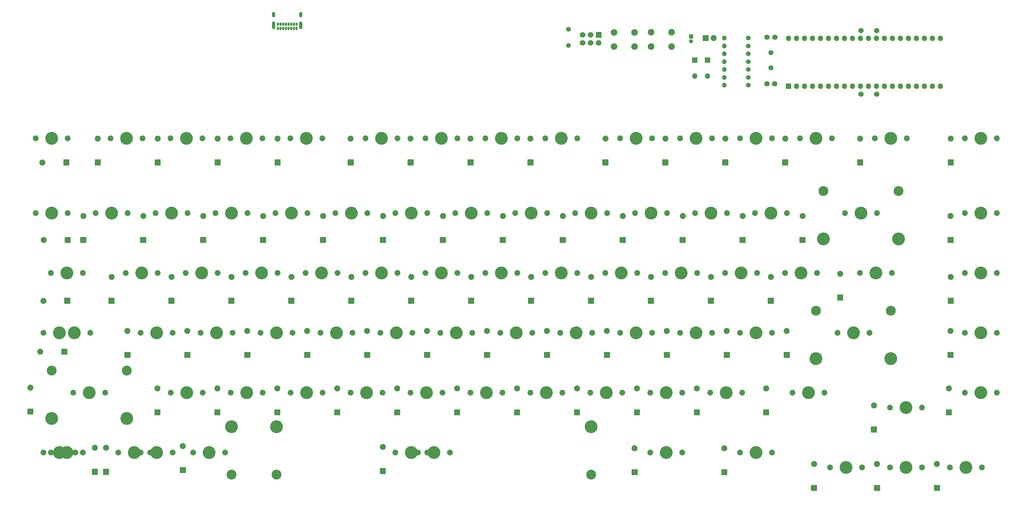
<source format=gbr>
%TF.GenerationSoftware,KiCad,Pcbnew,(5.1.7)-1*%
%TF.CreationDate,2020-10-01T02:14:01-04:00*%
%TF.ProjectId,LCK75,4c434b37-352e-46b6-9963-61645f706362,rev?*%
%TF.SameCoordinates,Original*%
%TF.FileFunction,Soldermask,Top*%
%TF.FilePolarity,Negative*%
%FSLAX46Y46*%
G04 Gerber Fmt 4.6, Leading zero omitted, Abs format (unit mm)*
G04 Created by KiCad (PCBNEW (5.1.7)-1) date 2020-10-01 02:14:01*
%MOMM*%
%LPD*%
G01*
G04 APERTURE LIST*
%ADD10C,4.087800*%
%ADD11C,1.850000*%
%ADD12O,1.900000X1.900000*%
%ADD13O,0.750000X1.100000*%
%ADD14O,1.000000X2.500000*%
%ADD15O,1.000000X1.800000*%
%ADD16C,3.148000*%
%ADD17C,1.600000*%
%ADD18O,1.700000X1.700000*%
%ADD19C,2.100000*%
%ADD20C,1.500000*%
%ADD21O,1.500000X1.500000*%
%ADD22C,1.900000*%
%ADD23C,1.800000*%
%ADD24C,1.700000*%
%ADD25C,1.300000*%
G04 APERTURE END LIST*
D10*
%TO.C,SW44*%
X264477000Y-83159400D03*
D11*
X259397000Y-83159400D03*
X269557000Y-83159400D03*
%TD*%
D12*
%TO.C,D85*%
X236127800Y-101622100D03*
G36*
G01*
X237027800Y-110192100D02*
X235227800Y-110192100D01*
G75*
G02*
X235177800Y-110142100I0J50000D01*
G01*
X235177800Y-108342100D01*
G75*
G02*
X235227800Y-108292100I50000J0D01*
G01*
X237027800Y-108292100D01*
G75*
G02*
X237077800Y-108342100I0J-50000D01*
G01*
X237077800Y-110142100D01*
G75*
G02*
X237027800Y-110192100I-50000J0D01*
G01*
G37*
%TD*%
%TO.C,D91*%
X253117600Y-83397600D03*
G36*
G01*
X254017600Y-91967600D02*
X252217600Y-91967600D01*
G75*
G02*
X252167600Y-91917600I0J50000D01*
G01*
X252167600Y-90117600D01*
G75*
G02*
X252217600Y-90067600I50000J0D01*
G01*
X254017600Y-90067600D01*
G75*
G02*
X254067600Y-90117600I0J-50000D01*
G01*
X254067600Y-91917600D01*
G75*
G02*
X254017600Y-91967600I-50000J0D01*
G01*
G37*
%TD*%
%TO.C,D53*%
X159927800Y-101622100D03*
G36*
G01*
X160827800Y-110192100D02*
X159027800Y-110192100D01*
G75*
G02*
X158977800Y-110142100I0J50000D01*
G01*
X158977800Y-108342100D01*
G75*
G02*
X159027800Y-108292100I50000J0D01*
G01*
X160827800Y-108292100D01*
G75*
G02*
X160877800Y-108342100I0J-50000D01*
G01*
X160877800Y-110142100D01*
G75*
G02*
X160827800Y-110192100I-50000J0D01*
G01*
G37*
%TD*%
%TO.C,D51*%
X121827800Y-101622100D03*
G36*
G01*
X122727800Y-110192100D02*
X120927800Y-110192100D01*
G75*
G02*
X120877800Y-110142100I0J50000D01*
G01*
X120877800Y-108342100D01*
G75*
G02*
X120927800Y-108292100I50000J0D01*
G01*
X122727800Y-108292100D01*
G75*
G02*
X122777800Y-108342100I0J-50000D01*
G01*
X122777800Y-110142100D01*
G75*
G02*
X122727800Y-110192100I-50000J0D01*
G01*
G37*
%TD*%
%TO.C,D50*%
X102777800Y-101622100D03*
G36*
G01*
X103677800Y-110192100D02*
X101877800Y-110192100D01*
G75*
G02*
X101827800Y-110142100I0J50000D01*
G01*
X101827800Y-108342100D01*
G75*
G02*
X101877800Y-108292100I50000J0D01*
G01*
X103677800Y-108292100D01*
G75*
G02*
X103727800Y-108342100I0J-50000D01*
G01*
X103727800Y-110142100D01*
G75*
G02*
X103677800Y-110192100I-50000J0D01*
G01*
G37*
%TD*%
D11*
%TO.C,SW6*%
X112382000Y-40322500D03*
X102222000Y-40322500D03*
D10*
X107302000Y-40322500D03*
%TD*%
D12*
%TO.C,D82*%
X283889200Y-143979900D03*
G36*
G01*
X284789200Y-152549900D02*
X282989200Y-152549900D01*
G75*
G02*
X282939200Y-152499900I0J50000D01*
G01*
X282939200Y-150699900D01*
G75*
G02*
X282989200Y-150649900I50000J0D01*
G01*
X284789200Y-150649900D01*
G75*
G02*
X284839200Y-150699900I0J-50000D01*
G01*
X284839200Y-152499900D01*
G75*
G02*
X284789200Y-152549900I-50000J0D01*
G01*
G37*
%TD*%
%TO.C,D81*%
G36*
G01*
X265739200Y-152549900D02*
X263939200Y-152549900D01*
G75*
G02*
X263889200Y-152499900I0J50000D01*
G01*
X263889200Y-150699900D01*
G75*
G02*
X263939200Y-150649900I50000J0D01*
G01*
X265739200Y-150649900D01*
G75*
G02*
X265789200Y-150699900I0J-50000D01*
G01*
X265789200Y-152499900D01*
G75*
G02*
X265739200Y-152549900I-50000J0D01*
G01*
G37*
X264839200Y-143979900D03*
%TD*%
%TO.C,D80*%
G36*
G01*
X245689200Y-152549900D02*
X243889200Y-152549900D01*
G75*
G02*
X243839200Y-152499900I0J50000D01*
G01*
X243839200Y-150699900D01*
G75*
G02*
X243889200Y-150649900I50000J0D01*
G01*
X245689200Y-150649900D01*
G75*
G02*
X245739200Y-150699900I0J-50000D01*
G01*
X245739200Y-152499900D01*
G75*
G02*
X245689200Y-152549900I-50000J0D01*
G01*
G37*
X244789200Y-143979900D03*
%TD*%
%TO.C,D79*%
G36*
G01*
X217181000Y-147520700D02*
X215381000Y-147520700D01*
G75*
G02*
X215331000Y-147470700I0J50000D01*
G01*
X215331000Y-145670700D01*
G75*
G02*
X215381000Y-145620700I50000J0D01*
G01*
X217181000Y-145620700D01*
G75*
G02*
X217231000Y-145670700I0J-50000D01*
G01*
X217231000Y-147470700D01*
G75*
G02*
X217181000Y-147520700I-50000J0D01*
G01*
G37*
X216281000Y-138950700D03*
%TD*%
%TO.C,D78*%
G36*
G01*
X188694900Y-147520700D02*
X186894900Y-147520700D01*
G75*
G02*
X186844900Y-147470700I0J50000D01*
G01*
X186844900Y-145670700D01*
G75*
G02*
X186894900Y-145620700I50000J0D01*
G01*
X188694900Y-145620700D01*
G75*
G02*
X188744900Y-145670700I0J-50000D01*
G01*
X188744900Y-147470700D01*
G75*
G02*
X188694900Y-147520700I-50000J0D01*
G01*
G37*
X187794900Y-138950700D03*
%TD*%
%TO.C,D77*%
G36*
G01*
X108646800Y-147145800D02*
X106846800Y-147145800D01*
G75*
G02*
X106796800Y-147095800I0J50000D01*
G01*
X106796800Y-145295800D01*
G75*
G02*
X106846800Y-145245800I50000J0D01*
G01*
X108646800Y-145245800D01*
G75*
G02*
X108696800Y-145295800I0J-50000D01*
G01*
X108696800Y-147095800D01*
G75*
G02*
X108646800Y-147145800I-50000J0D01*
G01*
G37*
X107746800Y-138575800D03*
%TD*%
%TO.C,D76*%
G36*
G01*
X45096000Y-146866400D02*
X43296000Y-146866400D01*
G75*
G02*
X43246000Y-146816400I0J50000D01*
G01*
X43246000Y-145016400D01*
G75*
G02*
X43296000Y-144966400I50000J0D01*
G01*
X45096000Y-144966400D01*
G75*
G02*
X45146000Y-145016400I0J-50000D01*
G01*
X45146000Y-146816400D01*
G75*
G02*
X45096000Y-146866400I-50000J0D01*
G01*
G37*
X44196000Y-138296400D03*
%TD*%
%TO.C,D75*%
G36*
G01*
X20673900Y-147399800D02*
X18873900Y-147399800D01*
G75*
G02*
X18823900Y-147349800I0J50000D01*
G01*
X18823900Y-145549800D01*
G75*
G02*
X18873900Y-145499800I50000J0D01*
G01*
X20673900Y-145499800D01*
G75*
G02*
X20723900Y-145549800I0J-50000D01*
G01*
X20723900Y-147349800D01*
G75*
G02*
X20673900Y-147399800I-50000J0D01*
G01*
G37*
X19773900Y-138829800D03*
%TD*%
%TO.C,D74*%
G36*
G01*
X17130600Y-147399800D02*
X15330600Y-147399800D01*
G75*
G02*
X15280600Y-147349800I0J50000D01*
G01*
X15280600Y-145549800D01*
G75*
G02*
X15330600Y-145499800I50000J0D01*
G01*
X17130600Y-145499800D01*
G75*
G02*
X17180600Y-145549800I0J-50000D01*
G01*
X17180600Y-147349800D01*
G75*
G02*
X17130600Y-147399800I-50000J0D01*
G01*
G37*
X16230600Y-138829800D03*
%TD*%
%TO.C,D73*%
G36*
G01*
X264742500Y-133931700D02*
X262942500Y-133931700D01*
G75*
G02*
X262892500Y-133881700I0J50000D01*
G01*
X262892500Y-132081700D01*
G75*
G02*
X262942500Y-132031700I50000J0D01*
G01*
X264742500Y-132031700D01*
G75*
G02*
X264792500Y-132081700I0J-50000D01*
G01*
X264792500Y-133881700D01*
G75*
G02*
X264742500Y-133931700I-50000J0D01*
G01*
G37*
X263842500Y-125361700D03*
%TD*%
%TO.C,D72*%
G36*
G01*
X288556100Y-128470700D02*
X286756100Y-128470700D01*
G75*
G02*
X286706100Y-128420700I0J50000D01*
G01*
X286706100Y-126620700D01*
G75*
G02*
X286756100Y-126570700I50000J0D01*
G01*
X288556100Y-126570700D01*
G75*
G02*
X288606100Y-126620700I0J-50000D01*
G01*
X288606100Y-128420700D01*
G75*
G02*
X288556100Y-128470700I-50000J0D01*
G01*
G37*
X287656100Y-119900700D03*
%TD*%
%TO.C,D71*%
G36*
G01*
X230506100Y-128470700D02*
X228706100Y-128470700D01*
G75*
G02*
X228656100Y-128420700I0J50000D01*
G01*
X228656100Y-126620700D01*
G75*
G02*
X228706100Y-126570700I50000J0D01*
G01*
X230506100Y-126570700D01*
G75*
G02*
X230556100Y-126620700I0J-50000D01*
G01*
X230556100Y-128420700D01*
G75*
G02*
X230506100Y-128470700I-50000J0D01*
G01*
G37*
X229606100Y-119900700D03*
%TD*%
%TO.C,D70*%
G36*
G01*
X208456100Y-128470700D02*
X206656100Y-128470700D01*
G75*
G02*
X206606100Y-128420700I0J50000D01*
G01*
X206606100Y-126620700D01*
G75*
G02*
X206656100Y-126570700I50000J0D01*
G01*
X208456100Y-126570700D01*
G75*
G02*
X208506100Y-126620700I0J-50000D01*
G01*
X208506100Y-128420700D01*
G75*
G02*
X208456100Y-128470700I-50000J0D01*
G01*
G37*
X207556100Y-119900700D03*
%TD*%
%TO.C,D69*%
G36*
G01*
X189406100Y-128470700D02*
X187606100Y-128470700D01*
G75*
G02*
X187556100Y-128420700I0J50000D01*
G01*
X187556100Y-126620700D01*
G75*
G02*
X187606100Y-126570700I50000J0D01*
G01*
X189406100Y-126570700D01*
G75*
G02*
X189456100Y-126620700I0J-50000D01*
G01*
X189456100Y-128420700D01*
G75*
G02*
X189406100Y-128470700I-50000J0D01*
G01*
G37*
X188506100Y-119900700D03*
%TD*%
%TO.C,D68*%
G36*
G01*
X170356100Y-128470700D02*
X168556100Y-128470700D01*
G75*
G02*
X168506100Y-128420700I0J50000D01*
G01*
X168506100Y-126620700D01*
G75*
G02*
X168556100Y-126570700I50000J0D01*
G01*
X170356100Y-126570700D01*
G75*
G02*
X170406100Y-126620700I0J-50000D01*
G01*
X170406100Y-128420700D01*
G75*
G02*
X170356100Y-128470700I-50000J0D01*
G01*
G37*
X169456100Y-119900700D03*
%TD*%
%TO.C,D67*%
G36*
G01*
X151306100Y-128470700D02*
X149506100Y-128470700D01*
G75*
G02*
X149456100Y-128420700I0J50000D01*
G01*
X149456100Y-126620700D01*
G75*
G02*
X149506100Y-126570700I50000J0D01*
G01*
X151306100Y-126570700D01*
G75*
G02*
X151356100Y-126620700I0J-50000D01*
G01*
X151356100Y-128420700D01*
G75*
G02*
X151306100Y-128470700I-50000J0D01*
G01*
G37*
X150406100Y-119900700D03*
%TD*%
%TO.C,D66*%
G36*
G01*
X132256100Y-128470700D02*
X130456100Y-128470700D01*
G75*
G02*
X130406100Y-128420700I0J50000D01*
G01*
X130406100Y-126620700D01*
G75*
G02*
X130456100Y-126570700I50000J0D01*
G01*
X132256100Y-126570700D01*
G75*
G02*
X132306100Y-126620700I0J-50000D01*
G01*
X132306100Y-128420700D01*
G75*
G02*
X132256100Y-128470700I-50000J0D01*
G01*
G37*
X131356100Y-119900700D03*
%TD*%
%TO.C,D65*%
X112306100Y-119900700D03*
G36*
G01*
X113206100Y-128470700D02*
X111406100Y-128470700D01*
G75*
G02*
X111356100Y-128420700I0J50000D01*
G01*
X111356100Y-126620700D01*
G75*
G02*
X111406100Y-126570700I50000J0D01*
G01*
X113206100Y-126570700D01*
G75*
G02*
X113256100Y-126620700I0J-50000D01*
G01*
X113256100Y-128420700D01*
G75*
G02*
X113206100Y-128470700I-50000J0D01*
G01*
G37*
%TD*%
%TO.C,D64*%
X93256100Y-119900700D03*
G36*
G01*
X94156100Y-128470700D02*
X92356100Y-128470700D01*
G75*
G02*
X92306100Y-128420700I0J50000D01*
G01*
X92306100Y-126620700D01*
G75*
G02*
X92356100Y-126570700I50000J0D01*
G01*
X94156100Y-126570700D01*
G75*
G02*
X94206100Y-126620700I0J-50000D01*
G01*
X94206100Y-128420700D01*
G75*
G02*
X94156100Y-128470700I-50000J0D01*
G01*
G37*
%TD*%
%TO.C,D63*%
X74206100Y-119900700D03*
G36*
G01*
X75106100Y-128470700D02*
X73306100Y-128470700D01*
G75*
G02*
X73256100Y-128420700I0J50000D01*
G01*
X73256100Y-126620700D01*
G75*
G02*
X73306100Y-126570700I50000J0D01*
G01*
X75106100Y-126570700D01*
G75*
G02*
X75156100Y-126620700I0J-50000D01*
G01*
X75156100Y-128420700D01*
G75*
G02*
X75106100Y-128470700I-50000J0D01*
G01*
G37*
%TD*%
%TO.C,D62*%
X55156100Y-119900700D03*
G36*
G01*
X56056100Y-128470700D02*
X54256100Y-128470700D01*
G75*
G02*
X54206100Y-128420700I0J50000D01*
G01*
X54206100Y-126620700D01*
G75*
G02*
X54256100Y-126570700I50000J0D01*
G01*
X56056100Y-126570700D01*
G75*
G02*
X56106100Y-126620700I0J-50000D01*
G01*
X56106100Y-128420700D01*
G75*
G02*
X56056100Y-128470700I-50000J0D01*
G01*
G37*
%TD*%
%TO.C,D61*%
X36106100Y-119900700D03*
G36*
G01*
X37006100Y-128470700D02*
X35206100Y-128470700D01*
G75*
G02*
X35156100Y-128420700I0J50000D01*
G01*
X35156100Y-126620700D01*
G75*
G02*
X35206100Y-126570700I50000J0D01*
G01*
X37006100Y-126570700D01*
G75*
G02*
X37056100Y-126620700I0J-50000D01*
G01*
X37056100Y-128420700D01*
G75*
G02*
X37006100Y-128470700I-50000J0D01*
G01*
G37*
%TD*%
%TO.C,D59*%
X-4267200Y-119659400D03*
G36*
G01*
X-3367200Y-128229400D02*
X-5167200Y-128229400D01*
G75*
G02*
X-5217200Y-128179400I0J50000D01*
G01*
X-5217200Y-126379400D01*
G75*
G02*
X-5167200Y-126329400I50000J0D01*
G01*
X-3367200Y-126329400D01*
G75*
G02*
X-3317200Y-126379400I0J-50000D01*
G01*
X-3317200Y-128179400D01*
G75*
G02*
X-3367200Y-128229400I-50000J0D01*
G01*
G37*
%TD*%
%TO.C,D58*%
X288177800Y-101622100D03*
G36*
G01*
X289077800Y-110192100D02*
X287277800Y-110192100D01*
G75*
G02*
X287227800Y-110142100I0J50000D01*
G01*
X287227800Y-108342100D01*
G75*
G02*
X287277800Y-108292100I50000J0D01*
G01*
X289077800Y-108292100D01*
G75*
G02*
X289127800Y-108342100I0J-50000D01*
G01*
X289127800Y-110142100D01*
G75*
G02*
X289077800Y-110192100I-50000J0D01*
G01*
G37*
%TD*%
%TO.C,D56*%
X217077800Y-101622100D03*
G36*
G01*
X217977800Y-110192100D02*
X216177800Y-110192100D01*
G75*
G02*
X216127800Y-110142100I0J50000D01*
G01*
X216127800Y-108342100D01*
G75*
G02*
X216177800Y-108292100I50000J0D01*
G01*
X217977800Y-108292100D01*
G75*
G02*
X218027800Y-108342100I0J-50000D01*
G01*
X218027800Y-110142100D01*
G75*
G02*
X217977800Y-110192100I-50000J0D01*
G01*
G37*
%TD*%
%TO.C,D55*%
X198027800Y-101622100D03*
G36*
G01*
X198927800Y-110192100D02*
X197127800Y-110192100D01*
G75*
G02*
X197077800Y-110142100I0J50000D01*
G01*
X197077800Y-108342100D01*
G75*
G02*
X197127800Y-108292100I50000J0D01*
G01*
X198927800Y-108292100D01*
G75*
G02*
X198977800Y-108342100I0J-50000D01*
G01*
X198977800Y-110142100D01*
G75*
G02*
X198927800Y-110192100I-50000J0D01*
G01*
G37*
%TD*%
%TO.C,D54*%
X178977800Y-101622100D03*
G36*
G01*
X179877800Y-110192100D02*
X178077800Y-110192100D01*
G75*
G02*
X178027800Y-110142100I0J50000D01*
G01*
X178027800Y-108342100D01*
G75*
G02*
X178077800Y-108292100I50000J0D01*
G01*
X179877800Y-108292100D01*
G75*
G02*
X179927800Y-108342100I0J-50000D01*
G01*
X179927800Y-110142100D01*
G75*
G02*
X179877800Y-110192100I-50000J0D01*
G01*
G37*
%TD*%
%TO.C,D52*%
X140877800Y-101622100D03*
G36*
G01*
X141777800Y-110192100D02*
X139977800Y-110192100D01*
G75*
G02*
X139927800Y-110142100I0J50000D01*
G01*
X139927800Y-108342100D01*
G75*
G02*
X139977800Y-108292100I50000J0D01*
G01*
X141777800Y-108292100D01*
G75*
G02*
X141827800Y-108342100I0J-50000D01*
G01*
X141827800Y-110142100D01*
G75*
G02*
X141777800Y-110192100I-50000J0D01*
G01*
G37*
%TD*%
%TO.C,D49*%
X83727800Y-101622100D03*
G36*
G01*
X84627800Y-110192100D02*
X82827800Y-110192100D01*
G75*
G02*
X82777800Y-110142100I0J50000D01*
G01*
X82777800Y-108342100D01*
G75*
G02*
X82827800Y-108292100I50000J0D01*
G01*
X84627800Y-108292100D01*
G75*
G02*
X84677800Y-108342100I0J-50000D01*
G01*
X84677800Y-110142100D01*
G75*
G02*
X84627800Y-110192100I-50000J0D01*
G01*
G37*
%TD*%
%TO.C,D48*%
X64677800Y-101622100D03*
G36*
G01*
X65577800Y-110192100D02*
X63777800Y-110192100D01*
G75*
G02*
X63727800Y-110142100I0J50000D01*
G01*
X63727800Y-108342100D01*
G75*
G02*
X63777800Y-108292100I50000J0D01*
G01*
X65577800Y-108292100D01*
G75*
G02*
X65627800Y-108342100I0J-50000D01*
G01*
X65627800Y-110142100D01*
G75*
G02*
X65577800Y-110192100I-50000J0D01*
G01*
G37*
%TD*%
%TO.C,D47*%
G36*
G01*
X46527800Y-110192100D02*
X44727800Y-110192100D01*
G75*
G02*
X44677800Y-110142100I0J50000D01*
G01*
X44677800Y-108342100D01*
G75*
G02*
X44727800Y-108292100I50000J0D01*
G01*
X46527800Y-108292100D01*
G75*
G02*
X46577800Y-108342100I0J-50000D01*
G01*
X46577800Y-110142100D01*
G75*
G02*
X46527800Y-110192100I-50000J0D01*
G01*
G37*
X45627800Y-101622100D03*
%TD*%
%TO.C,D46*%
G36*
G01*
X27477800Y-110192100D02*
X25677800Y-110192100D01*
G75*
G02*
X25627800Y-110142100I0J50000D01*
G01*
X25627800Y-108342100D01*
G75*
G02*
X25677800Y-108292100I50000J0D01*
G01*
X27477800Y-108292100D01*
G75*
G02*
X27527800Y-108342100I0J-50000D01*
G01*
X27527800Y-110142100D01*
G75*
G02*
X27477800Y-110192100I-50000J0D01*
G01*
G37*
X26577800Y-101622100D03*
%TD*%
%TO.C,D45*%
X-1092200Y-108242100D03*
G36*
G01*
X7477800Y-107342100D02*
X7477800Y-109142100D01*
G75*
G02*
X7427800Y-109192100I-50000J0D01*
G01*
X5627800Y-109192100D01*
G75*
G02*
X5577800Y-109142100I0J50000D01*
G01*
X5577800Y-107342100D01*
G75*
G02*
X5627800Y-107292100I50000J0D01*
G01*
X7427800Y-107292100D01*
G75*
G02*
X7477800Y-107342100I0J-50000D01*
G01*
G37*
%TD*%
%TO.C,D44*%
X288267600Y-84397600D03*
G36*
G01*
X289167600Y-92967600D02*
X287367600Y-92967600D01*
G75*
G02*
X287317600Y-92917600I0J50000D01*
G01*
X287317600Y-91117600D01*
G75*
G02*
X287367600Y-91067600I50000J0D01*
G01*
X289167600Y-91067600D01*
G75*
G02*
X289217600Y-91117600I0J-50000D01*
G01*
X289217600Y-92917600D01*
G75*
G02*
X289167600Y-92967600I-50000J0D01*
G01*
G37*
%TD*%
%TO.C,D43*%
X231067600Y-84397600D03*
G36*
G01*
X231967600Y-92967600D02*
X230167600Y-92967600D01*
G75*
G02*
X230117600Y-92917600I0J50000D01*
G01*
X230117600Y-91117600D01*
G75*
G02*
X230167600Y-91067600I50000J0D01*
G01*
X231967600Y-91067600D01*
G75*
G02*
X232017600Y-91117600I0J-50000D01*
G01*
X232017600Y-92917600D01*
G75*
G02*
X231967600Y-92967600I-50000J0D01*
G01*
G37*
%TD*%
%TO.C,D42*%
X212017600Y-84397600D03*
G36*
G01*
X212917600Y-92967600D02*
X211117600Y-92967600D01*
G75*
G02*
X211067600Y-92917600I0J50000D01*
G01*
X211067600Y-91117600D01*
G75*
G02*
X211117600Y-91067600I50000J0D01*
G01*
X212917600Y-91067600D01*
G75*
G02*
X212967600Y-91117600I0J-50000D01*
G01*
X212967600Y-92917600D01*
G75*
G02*
X212917600Y-92967600I-50000J0D01*
G01*
G37*
%TD*%
%TO.C,D41*%
X192967600Y-84397600D03*
G36*
G01*
X193867600Y-92967600D02*
X192067600Y-92967600D01*
G75*
G02*
X192017600Y-92917600I0J50000D01*
G01*
X192017600Y-91117600D01*
G75*
G02*
X192067600Y-91067600I50000J0D01*
G01*
X193867600Y-91067600D01*
G75*
G02*
X193917600Y-91117600I0J-50000D01*
G01*
X193917600Y-92917600D01*
G75*
G02*
X193867600Y-92967600I-50000J0D01*
G01*
G37*
%TD*%
%TO.C,D40*%
X173917600Y-84397600D03*
G36*
G01*
X174817600Y-92967600D02*
X173017600Y-92967600D01*
G75*
G02*
X172967600Y-92917600I0J50000D01*
G01*
X172967600Y-91117600D01*
G75*
G02*
X173017600Y-91067600I50000J0D01*
G01*
X174817600Y-91067600D01*
G75*
G02*
X174867600Y-91117600I0J-50000D01*
G01*
X174867600Y-92917600D01*
G75*
G02*
X174817600Y-92967600I-50000J0D01*
G01*
G37*
%TD*%
%TO.C,D39*%
X154867600Y-84397600D03*
G36*
G01*
X155767600Y-92967600D02*
X153967600Y-92967600D01*
G75*
G02*
X153917600Y-92917600I0J50000D01*
G01*
X153917600Y-91117600D01*
G75*
G02*
X153967600Y-91067600I50000J0D01*
G01*
X155767600Y-91067600D01*
G75*
G02*
X155817600Y-91117600I0J-50000D01*
G01*
X155817600Y-92917600D01*
G75*
G02*
X155767600Y-92967600I-50000J0D01*
G01*
G37*
%TD*%
%TO.C,D38*%
X135817600Y-84397600D03*
G36*
G01*
X136717600Y-92967600D02*
X134917600Y-92967600D01*
G75*
G02*
X134867600Y-92917600I0J50000D01*
G01*
X134867600Y-91117600D01*
G75*
G02*
X134917600Y-91067600I50000J0D01*
G01*
X136717600Y-91067600D01*
G75*
G02*
X136767600Y-91117600I0J-50000D01*
G01*
X136767600Y-92917600D01*
G75*
G02*
X136717600Y-92967600I-50000J0D01*
G01*
G37*
%TD*%
%TO.C,D37*%
X116767600Y-84397600D03*
G36*
G01*
X117667600Y-92967600D02*
X115867600Y-92967600D01*
G75*
G02*
X115817600Y-92917600I0J50000D01*
G01*
X115817600Y-91117600D01*
G75*
G02*
X115867600Y-91067600I50000J0D01*
G01*
X117667600Y-91067600D01*
G75*
G02*
X117717600Y-91117600I0J-50000D01*
G01*
X117717600Y-92917600D01*
G75*
G02*
X117667600Y-92967600I-50000J0D01*
G01*
G37*
%TD*%
%TO.C,D36*%
X97717600Y-84397600D03*
G36*
G01*
X98617600Y-92967600D02*
X96817600Y-92967600D01*
G75*
G02*
X96767600Y-92917600I0J50000D01*
G01*
X96767600Y-91117600D01*
G75*
G02*
X96817600Y-91067600I50000J0D01*
G01*
X98617600Y-91067600D01*
G75*
G02*
X98667600Y-91117600I0J-50000D01*
G01*
X98667600Y-92917600D01*
G75*
G02*
X98617600Y-92967600I-50000J0D01*
G01*
G37*
%TD*%
%TO.C,D35*%
X78667600Y-84397600D03*
G36*
G01*
X79567600Y-92967600D02*
X77767600Y-92967600D01*
G75*
G02*
X77717600Y-92917600I0J50000D01*
G01*
X77717600Y-91117600D01*
G75*
G02*
X77767600Y-91067600I50000J0D01*
G01*
X79567600Y-91067600D01*
G75*
G02*
X79617600Y-91117600I0J-50000D01*
G01*
X79617600Y-92917600D01*
G75*
G02*
X79567600Y-92967600I-50000J0D01*
G01*
G37*
%TD*%
%TO.C,D34*%
X59617600Y-84397600D03*
G36*
G01*
X60517600Y-92967600D02*
X58717600Y-92967600D01*
G75*
G02*
X58667600Y-92917600I0J50000D01*
G01*
X58667600Y-91117600D01*
G75*
G02*
X58717600Y-91067600I50000J0D01*
G01*
X60517600Y-91067600D01*
G75*
G02*
X60567600Y-91117600I0J-50000D01*
G01*
X60567600Y-92917600D01*
G75*
G02*
X60517600Y-92967600I-50000J0D01*
G01*
G37*
%TD*%
%TO.C,D33*%
X40567600Y-84397600D03*
G36*
G01*
X41467600Y-92967600D02*
X39667600Y-92967600D01*
G75*
G02*
X39617600Y-92917600I0J50000D01*
G01*
X39617600Y-91117600D01*
G75*
G02*
X39667600Y-91067600I50000J0D01*
G01*
X41467600Y-91067600D01*
G75*
G02*
X41517600Y-91117600I0J-50000D01*
G01*
X41517600Y-92917600D01*
G75*
G02*
X41467600Y-92967600I-50000J0D01*
G01*
G37*
%TD*%
%TO.C,D32*%
X21517600Y-84397600D03*
G36*
G01*
X22417600Y-92967600D02*
X20617600Y-92967600D01*
G75*
G02*
X20567600Y-92917600I0J50000D01*
G01*
X20567600Y-91117600D01*
G75*
G02*
X20617600Y-91067600I50000J0D01*
G01*
X22417600Y-91067600D01*
G75*
G02*
X22467600Y-91117600I0J-50000D01*
G01*
X22467600Y-92917600D01*
G75*
G02*
X22417600Y-92967600I-50000J0D01*
G01*
G37*
%TD*%
%TO.C,D31*%
X-152400Y-92017600D03*
G36*
G01*
X8417600Y-91117600D02*
X8417600Y-92917600D01*
G75*
G02*
X8367600Y-92967600I-50000J0D01*
G01*
X6567600Y-92967600D01*
G75*
G02*
X6517600Y-92917600I0J50000D01*
G01*
X6517600Y-91117600D01*
G75*
G02*
X6567600Y-91067600I50000J0D01*
G01*
X8367600Y-91067600D01*
G75*
G02*
X8417600Y-91117600I0J-50000D01*
G01*
G37*
%TD*%
%TO.C,D30*%
G36*
G01*
X289097600Y-73606700D02*
X287297600Y-73606700D01*
G75*
G02*
X287247600Y-73556700I0J50000D01*
G01*
X287247600Y-71756700D01*
G75*
G02*
X287297600Y-71706700I50000J0D01*
G01*
X289097600Y-71706700D01*
G75*
G02*
X289147600Y-71756700I0J-50000D01*
G01*
X289147600Y-73556700D01*
G75*
G02*
X289097600Y-73606700I-50000J0D01*
G01*
G37*
X288197600Y-65036700D03*
%TD*%
%TO.C,D29*%
G36*
G01*
X242047600Y-73606700D02*
X240247600Y-73606700D01*
G75*
G02*
X240197600Y-73556700I0J50000D01*
G01*
X240197600Y-71756700D01*
G75*
G02*
X240247600Y-71706700I50000J0D01*
G01*
X242047600Y-71706700D01*
G75*
G02*
X242097600Y-71756700I0J-50000D01*
G01*
X242097600Y-73556700D01*
G75*
G02*
X242047600Y-73606700I-50000J0D01*
G01*
G37*
X241147600Y-65036700D03*
%TD*%
%TO.C,D28*%
X222097600Y-65036700D03*
G36*
G01*
X222997600Y-73606700D02*
X221197600Y-73606700D01*
G75*
G02*
X221147600Y-73556700I0J50000D01*
G01*
X221147600Y-71756700D01*
G75*
G02*
X221197600Y-71706700I50000J0D01*
G01*
X222997600Y-71706700D01*
G75*
G02*
X223047600Y-71756700I0J-50000D01*
G01*
X223047600Y-73556700D01*
G75*
G02*
X222997600Y-73606700I-50000J0D01*
G01*
G37*
%TD*%
%TO.C,D27*%
X203047600Y-65036700D03*
G36*
G01*
X203947600Y-73606700D02*
X202147600Y-73606700D01*
G75*
G02*
X202097600Y-73556700I0J50000D01*
G01*
X202097600Y-71756700D01*
G75*
G02*
X202147600Y-71706700I50000J0D01*
G01*
X203947600Y-71706700D01*
G75*
G02*
X203997600Y-71756700I0J-50000D01*
G01*
X203997600Y-73556700D01*
G75*
G02*
X203947600Y-73606700I-50000J0D01*
G01*
G37*
%TD*%
%TO.C,D26*%
X183997600Y-65036700D03*
G36*
G01*
X184897600Y-73606700D02*
X183097600Y-73606700D01*
G75*
G02*
X183047600Y-73556700I0J50000D01*
G01*
X183047600Y-71756700D01*
G75*
G02*
X183097600Y-71706700I50000J0D01*
G01*
X184897600Y-71706700D01*
G75*
G02*
X184947600Y-71756700I0J-50000D01*
G01*
X184947600Y-73556700D01*
G75*
G02*
X184897600Y-73606700I-50000J0D01*
G01*
G37*
%TD*%
%TO.C,D25*%
G36*
G01*
X165847600Y-73606700D02*
X164047600Y-73606700D01*
G75*
G02*
X163997600Y-73556700I0J50000D01*
G01*
X163997600Y-71756700D01*
G75*
G02*
X164047600Y-71706700I50000J0D01*
G01*
X165847600Y-71706700D01*
G75*
G02*
X165897600Y-71756700I0J-50000D01*
G01*
X165897600Y-73556700D01*
G75*
G02*
X165847600Y-73606700I-50000J0D01*
G01*
G37*
X164947600Y-65036700D03*
%TD*%
%TO.C,D24*%
X145897600Y-65036700D03*
G36*
G01*
X146797600Y-73606700D02*
X144997600Y-73606700D01*
G75*
G02*
X144947600Y-73556700I0J50000D01*
G01*
X144947600Y-71756700D01*
G75*
G02*
X144997600Y-71706700I50000J0D01*
G01*
X146797600Y-71706700D01*
G75*
G02*
X146847600Y-71756700I0J-50000D01*
G01*
X146847600Y-73556700D01*
G75*
G02*
X146797600Y-73606700I-50000J0D01*
G01*
G37*
%TD*%
%TO.C,D23*%
X126847600Y-65036700D03*
G36*
G01*
X127747600Y-73606700D02*
X125947600Y-73606700D01*
G75*
G02*
X125897600Y-73556700I0J50000D01*
G01*
X125897600Y-71756700D01*
G75*
G02*
X125947600Y-71706700I50000J0D01*
G01*
X127747600Y-71706700D01*
G75*
G02*
X127797600Y-71756700I0J-50000D01*
G01*
X127797600Y-73556700D01*
G75*
G02*
X127747600Y-73606700I-50000J0D01*
G01*
G37*
%TD*%
%TO.C,D22*%
X107797600Y-65036700D03*
G36*
G01*
X108697600Y-73606700D02*
X106897600Y-73606700D01*
G75*
G02*
X106847600Y-73556700I0J50000D01*
G01*
X106847600Y-71756700D01*
G75*
G02*
X106897600Y-71706700I50000J0D01*
G01*
X108697600Y-71706700D01*
G75*
G02*
X108747600Y-71756700I0J-50000D01*
G01*
X108747600Y-73556700D01*
G75*
G02*
X108697600Y-73606700I-50000J0D01*
G01*
G37*
%TD*%
%TO.C,D21*%
X88747600Y-65036700D03*
G36*
G01*
X89647600Y-73606700D02*
X87847600Y-73606700D01*
G75*
G02*
X87797600Y-73556700I0J50000D01*
G01*
X87797600Y-71756700D01*
G75*
G02*
X87847600Y-71706700I50000J0D01*
G01*
X89647600Y-71706700D01*
G75*
G02*
X89697600Y-71756700I0J-50000D01*
G01*
X89697600Y-73556700D01*
G75*
G02*
X89647600Y-73606700I-50000J0D01*
G01*
G37*
%TD*%
%TO.C,D20*%
X69697600Y-65036700D03*
G36*
G01*
X70597600Y-73606700D02*
X68797600Y-73606700D01*
G75*
G02*
X68747600Y-73556700I0J50000D01*
G01*
X68747600Y-71756700D01*
G75*
G02*
X68797600Y-71706700I50000J0D01*
G01*
X70597600Y-71706700D01*
G75*
G02*
X70647600Y-71756700I0J-50000D01*
G01*
X70647600Y-73556700D01*
G75*
G02*
X70597600Y-73606700I-50000J0D01*
G01*
G37*
%TD*%
%TO.C,D19*%
X50647600Y-65036700D03*
G36*
G01*
X51547600Y-73606700D02*
X49747600Y-73606700D01*
G75*
G02*
X49697600Y-73556700I0J50000D01*
G01*
X49697600Y-71756700D01*
G75*
G02*
X49747600Y-71706700I50000J0D01*
G01*
X51547600Y-71706700D01*
G75*
G02*
X51597600Y-71756700I0J-50000D01*
G01*
X51597600Y-73556700D01*
G75*
G02*
X51547600Y-73606700I-50000J0D01*
G01*
G37*
%TD*%
%TO.C,D18*%
X31597600Y-65036700D03*
G36*
G01*
X32497600Y-73606700D02*
X30697600Y-73606700D01*
G75*
G02*
X30647600Y-73556700I0J50000D01*
G01*
X30647600Y-71756700D01*
G75*
G02*
X30697600Y-71706700I50000J0D01*
G01*
X32497600Y-71706700D01*
G75*
G02*
X32547600Y-71756700I0J-50000D01*
G01*
X32547600Y-73556700D01*
G75*
G02*
X32497600Y-73606700I-50000J0D01*
G01*
G37*
%TD*%
%TO.C,D17*%
X12547600Y-65036700D03*
G36*
G01*
X13447600Y-73606700D02*
X11647600Y-73606700D01*
G75*
G02*
X11597600Y-73556700I0J50000D01*
G01*
X11597600Y-71756700D01*
G75*
G02*
X11647600Y-71706700I50000J0D01*
G01*
X13447600Y-71706700D01*
G75*
G02*
X13497600Y-71756700I0J-50000D01*
G01*
X13497600Y-73556700D01*
G75*
G02*
X13447600Y-73606700I-50000J0D01*
G01*
G37*
%TD*%
%TO.C,D16*%
X-22400Y-72656700D03*
G36*
G01*
X8547600Y-71756700D02*
X8547600Y-73556700D01*
G75*
G02*
X8497600Y-73606700I-50000J0D01*
G01*
X6697600Y-73606700D01*
G75*
G02*
X6647600Y-73556700I0J50000D01*
G01*
X6647600Y-71756700D01*
G75*
G02*
X6697600Y-71706700I50000J0D01*
G01*
X8497600Y-71706700D01*
G75*
G02*
X8547600Y-71756700I0J-50000D01*
G01*
G37*
%TD*%
%TO.C,D15*%
X288277700Y-40386000D03*
G36*
G01*
X289177700Y-48956000D02*
X287377700Y-48956000D01*
G75*
G02*
X287327700Y-48906000I0J50000D01*
G01*
X287327700Y-47106000D01*
G75*
G02*
X287377700Y-47056000I50000J0D01*
G01*
X289177700Y-47056000D01*
G75*
G02*
X289227700Y-47106000I0J-50000D01*
G01*
X289227700Y-48906000D01*
G75*
G02*
X289177700Y-48956000I-50000J0D01*
G01*
G37*
%TD*%
%TO.C,D14*%
X259465700Y-40386000D03*
G36*
G01*
X260365700Y-48956000D02*
X258565700Y-48956000D01*
G75*
G02*
X258515700Y-48906000I0J50000D01*
G01*
X258515700Y-47106000D01*
G75*
G02*
X258565700Y-47056000I50000J0D01*
G01*
X260365700Y-47056000D01*
G75*
G02*
X260415700Y-47106000I0J-50000D01*
G01*
X260415700Y-48906000D01*
G75*
G02*
X260365700Y-48956000I-50000J0D01*
G01*
G37*
%TD*%
%TO.C,D13*%
X235653700Y-40386000D03*
G36*
G01*
X236553700Y-48956000D02*
X234753700Y-48956000D01*
G75*
G02*
X234703700Y-48906000I0J50000D01*
G01*
X234703700Y-47106000D01*
G75*
G02*
X234753700Y-47056000I50000J0D01*
G01*
X236553700Y-47056000D01*
G75*
G02*
X236603700Y-47106000I0J-50000D01*
G01*
X236603700Y-48906000D01*
G75*
G02*
X236553700Y-48956000I-50000J0D01*
G01*
G37*
%TD*%
%TO.C,D12*%
X216603700Y-40386000D03*
G36*
G01*
X217503700Y-48956000D02*
X215703700Y-48956000D01*
G75*
G02*
X215653700Y-48906000I0J50000D01*
G01*
X215653700Y-47106000D01*
G75*
G02*
X215703700Y-47056000I50000J0D01*
G01*
X217503700Y-47056000D01*
G75*
G02*
X217553700Y-47106000I0J-50000D01*
G01*
X217553700Y-48906000D01*
G75*
G02*
X217503700Y-48956000I-50000J0D01*
G01*
G37*
%TD*%
%TO.C,D11*%
X197553700Y-40386000D03*
G36*
G01*
X198453700Y-48956000D02*
X196653700Y-48956000D01*
G75*
G02*
X196603700Y-48906000I0J50000D01*
G01*
X196603700Y-47106000D01*
G75*
G02*
X196653700Y-47056000I50000J0D01*
G01*
X198453700Y-47056000D01*
G75*
G02*
X198503700Y-47106000I0J-50000D01*
G01*
X198503700Y-48906000D01*
G75*
G02*
X198453700Y-48956000I-50000J0D01*
G01*
G37*
%TD*%
%TO.C,D10*%
X178503700Y-40386000D03*
G36*
G01*
X179403700Y-48956000D02*
X177603700Y-48956000D01*
G75*
G02*
X177553700Y-48906000I0J50000D01*
G01*
X177553700Y-47106000D01*
G75*
G02*
X177603700Y-47056000I50000J0D01*
G01*
X179403700Y-47056000D01*
G75*
G02*
X179453700Y-47106000I0J-50000D01*
G01*
X179453700Y-48906000D01*
G75*
G02*
X179403700Y-48956000I-50000J0D01*
G01*
G37*
%TD*%
%TO.C,D9*%
X154691700Y-40386000D03*
G36*
G01*
X155591700Y-48956000D02*
X153791700Y-48956000D01*
G75*
G02*
X153741700Y-48906000I0J50000D01*
G01*
X153741700Y-47106000D01*
G75*
G02*
X153791700Y-47056000I50000J0D01*
G01*
X155591700Y-47056000D01*
G75*
G02*
X155641700Y-47106000I0J-50000D01*
G01*
X155641700Y-48906000D01*
G75*
G02*
X155591700Y-48956000I-50000J0D01*
G01*
G37*
%TD*%
%TO.C,D8*%
X135641700Y-40386000D03*
G36*
G01*
X136541700Y-48956000D02*
X134741700Y-48956000D01*
G75*
G02*
X134691700Y-48906000I0J50000D01*
G01*
X134691700Y-47106000D01*
G75*
G02*
X134741700Y-47056000I50000J0D01*
G01*
X136541700Y-47056000D01*
G75*
G02*
X136591700Y-47106000I0J-50000D01*
G01*
X136591700Y-48906000D01*
G75*
G02*
X136541700Y-48956000I-50000J0D01*
G01*
G37*
%TD*%
%TO.C,D7*%
X116591700Y-40386000D03*
G36*
G01*
X117491700Y-48956000D02*
X115691700Y-48956000D01*
G75*
G02*
X115641700Y-48906000I0J50000D01*
G01*
X115641700Y-47106000D01*
G75*
G02*
X115691700Y-47056000I50000J0D01*
G01*
X117491700Y-47056000D01*
G75*
G02*
X117541700Y-47106000I0J-50000D01*
G01*
X117541700Y-48906000D01*
G75*
G02*
X117491700Y-48956000I-50000J0D01*
G01*
G37*
%TD*%
%TO.C,D6*%
X97541700Y-40386000D03*
G36*
G01*
X98441700Y-48956000D02*
X96641700Y-48956000D01*
G75*
G02*
X96591700Y-48906000I0J50000D01*
G01*
X96591700Y-47106000D01*
G75*
G02*
X96641700Y-47056000I50000J0D01*
G01*
X98441700Y-47056000D01*
G75*
G02*
X98491700Y-47106000I0J-50000D01*
G01*
X98491700Y-48906000D01*
G75*
G02*
X98441700Y-48956000I-50000J0D01*
G01*
G37*
%TD*%
%TO.C,D5*%
X74323700Y-40386000D03*
G36*
G01*
X75223700Y-48956000D02*
X73423700Y-48956000D01*
G75*
G02*
X73373700Y-48906000I0J50000D01*
G01*
X73373700Y-47106000D01*
G75*
G02*
X73423700Y-47056000I50000J0D01*
G01*
X75223700Y-47056000D01*
G75*
G02*
X75273700Y-47106000I0J-50000D01*
G01*
X75273700Y-48906000D01*
G75*
G02*
X75223700Y-48956000I-50000J0D01*
G01*
G37*
%TD*%
%TO.C,D4*%
X55273700Y-40386000D03*
G36*
G01*
X56173700Y-48956000D02*
X54373700Y-48956000D01*
G75*
G02*
X54323700Y-48906000I0J50000D01*
G01*
X54323700Y-47106000D01*
G75*
G02*
X54373700Y-47056000I50000J0D01*
G01*
X56173700Y-47056000D01*
G75*
G02*
X56223700Y-47106000I0J-50000D01*
G01*
X56223700Y-48906000D01*
G75*
G02*
X56173700Y-48956000I-50000J0D01*
G01*
G37*
%TD*%
%TO.C,D3*%
X36223700Y-40386000D03*
G36*
G01*
X37123700Y-48956000D02*
X35323700Y-48956000D01*
G75*
G02*
X35273700Y-48906000I0J50000D01*
G01*
X35273700Y-47106000D01*
G75*
G02*
X35323700Y-47056000I50000J0D01*
G01*
X37123700Y-47056000D01*
G75*
G02*
X37173700Y-47106000I0J-50000D01*
G01*
X37173700Y-48906000D01*
G75*
G02*
X37123700Y-48956000I-50000J0D01*
G01*
G37*
%TD*%
%TO.C,D2*%
X17173700Y-40386000D03*
G36*
G01*
X18073700Y-48956000D02*
X16273700Y-48956000D01*
G75*
G02*
X16223700Y-48906000I0J50000D01*
G01*
X16223700Y-47106000D01*
G75*
G02*
X16273700Y-47056000I50000J0D01*
G01*
X18073700Y-47056000D01*
G75*
G02*
X18123700Y-47106000I0J-50000D01*
G01*
X18123700Y-48906000D01*
G75*
G02*
X18073700Y-48956000I-50000J0D01*
G01*
G37*
%TD*%
%TO.C,D1*%
X-446300Y-48006000D03*
G36*
G01*
X8123700Y-47106000D02*
X8123700Y-48906000D01*
G75*
G02*
X8073700Y-48956000I-50000J0D01*
G01*
X6273700Y-48956000D01*
G75*
G02*
X6223700Y-48906000I0J50000D01*
G01*
X6223700Y-47106000D01*
G75*
G02*
X6273700Y-47056000I50000J0D01*
G01*
X8073700Y-47056000D01*
G75*
G02*
X8123700Y-47106000I0J-50000D01*
G01*
G37*
%TD*%
D11*
%TO.C,SW83*%
X231451000Y-140322000D03*
X221291000Y-140322000D03*
D10*
X226371000Y-140322000D03*
%TD*%
%TO.C,SW26*%
X193040000Y-64109400D03*
D11*
X187960000Y-64109400D03*
X198120000Y-64109400D03*
%TD*%
%TO.C,SW15*%
X302890000Y-40322500D03*
X292730000Y-40322500D03*
D10*
X297810000Y-40322500D03*
%TD*%
D13*
%TO.C,USB1*%
X78655200Y-5338200D03*
X80355200Y-5338200D03*
X79505200Y-5338200D03*
X77805200Y-5338200D03*
X76955200Y-5338200D03*
X76105200Y-5338200D03*
X75255200Y-5338200D03*
X74405200Y-5338200D03*
X80355200Y-4013200D03*
X79500200Y-4013200D03*
X78650200Y-4013200D03*
X77800200Y-4013200D03*
X76950200Y-4013200D03*
X76100200Y-4013200D03*
X75250200Y-4013200D03*
X74400200Y-4013200D03*
D14*
X81705200Y-4358200D03*
X73055200Y-4358200D03*
D15*
X81705200Y-978200D03*
X73055200Y-978200D03*
%TD*%
D10*
%TO.C,SW63*%
X26352250Y-129514000D03*
X2539750Y-129514000D03*
D16*
X26352250Y-114274000D03*
X2539750Y-114274000D03*
D11*
X19526000Y-121259000D03*
X9366000Y-121259000D03*
D10*
X14446000Y-121259000D03*
%TD*%
%TO.C,SW60*%
X269240250Y-110464000D03*
X245427750Y-110464000D03*
D16*
X269240250Y-95224000D03*
X245427750Y-95224000D03*
D11*
X262414000Y-102209000D03*
X252254000Y-102209000D03*
D10*
X257334000Y-102209000D03*
%TD*%
D11*
%TO.C,SW31*%
X12382500Y-83159400D03*
X2222500Y-83159400D03*
D10*
X7302500Y-83159400D03*
%TD*%
D11*
%TO.C,SW82*%
X202876000Y-140322000D03*
X192716000Y-140322000D03*
D10*
X197796000Y-140322000D03*
%TD*%
D11*
%TO.C,SW88*%
X12398500Y-140300000D03*
X2238500Y-140300000D03*
D10*
X7318500Y-140300000D03*
%TD*%
D11*
%TO.C,SW89*%
X40973400Y-140300000D03*
X30813400Y-140300000D03*
D10*
X35893400Y-140300000D03*
%TD*%
D11*
%TO.C,SW61*%
X302895000Y-102209000D03*
X292735000Y-102209000D03*
D10*
X297815000Y-102209000D03*
%TD*%
D17*
%TO.C,Y1*%
X231127300Y-13036800D03*
X231127300Y-17916800D03*
%TD*%
%TO.C,U1*%
G36*
G01*
X237528000Y-24586300D02*
X235928000Y-24586300D01*
G75*
G02*
X235878000Y-24536300I0J50000D01*
G01*
X235878000Y-22936300D01*
G75*
G02*
X235928000Y-22886300I50000J0D01*
G01*
X237528000Y-22886300D01*
G75*
G02*
X237578000Y-22936300I0J-50000D01*
G01*
X237578000Y-24536300D01*
G75*
G02*
X237528000Y-24586300I-50000J0D01*
G01*
G37*
D18*
X284988000Y-8496300D03*
X239268000Y-23736300D03*
X282448000Y-8496300D03*
X241808000Y-23736300D03*
X279908000Y-8496300D03*
X244348000Y-23736300D03*
X277368000Y-8496300D03*
X246888000Y-23736300D03*
X274828000Y-8496300D03*
X249428000Y-23736300D03*
X272288000Y-8496300D03*
X251968000Y-23736300D03*
X269748000Y-8496300D03*
X254508000Y-23736300D03*
X267208000Y-8496300D03*
X257048000Y-23736300D03*
X264668000Y-8496300D03*
X259588000Y-23736300D03*
X262128000Y-8496300D03*
X262128000Y-23736300D03*
X259588000Y-8496300D03*
X264668000Y-23736300D03*
X257048000Y-8496300D03*
X267208000Y-23736300D03*
X254508000Y-8496300D03*
X269748000Y-23736300D03*
X251968000Y-8496300D03*
X272288000Y-23736300D03*
X249428000Y-8496300D03*
X274828000Y-23736300D03*
X246888000Y-8496300D03*
X277368000Y-23736300D03*
X244348000Y-8496300D03*
X279908000Y-23736300D03*
X241808000Y-8496300D03*
X282448000Y-23736300D03*
X239268000Y-8496300D03*
X284988000Y-23736300D03*
X236728000Y-8496300D03*
%TD*%
D19*
%TO.C,SW91*%
X199533400Y-6578600D03*
X199533400Y-11078600D03*
X193033400Y-6578600D03*
X193033400Y-11078600D03*
%TD*%
D10*
%TO.C,SW90*%
X173976900Y-132067000D03*
X73977100Y-132067000D03*
D16*
X173976900Y-147307000D03*
X73977100Y-147307000D03*
D11*
X129057000Y-140322000D03*
X118897000Y-140322000D03*
D10*
X123977000Y-140322000D03*
%TD*%
D19*
%TO.C,SW87*%
X187760500Y-6654800D03*
X187760500Y-11154800D03*
X181260500Y-6654800D03*
X181260500Y-11154800D03*
%TD*%
D10*
%TO.C,SW86*%
X293046000Y-145085000D03*
D11*
X287966000Y-145085000D03*
X298126000Y-145085000D03*
%TD*%
%TO.C,SW85*%
X279076000Y-145085000D03*
X268916000Y-145085000D03*
D10*
X273996000Y-145085000D03*
%TD*%
D11*
%TO.C,SW84*%
X260026000Y-145085000D03*
X249866000Y-145085000D03*
D10*
X254946000Y-145085000D03*
%TD*%
%TO.C,SW81*%
X173977000Y-132080000D03*
X59677000Y-132080000D03*
D16*
X173977000Y-147320000D03*
X59677000Y-147320000D03*
D11*
X121907000Y-140335000D03*
X111747000Y-140335000D03*
D10*
X116827000Y-140335000D03*
%TD*%
D11*
%TO.C,SW80*%
X57639500Y-140300000D03*
X47479500Y-140300000D03*
D10*
X52559500Y-140300000D03*
%TD*%
D11*
%TO.C,SW79*%
X33828400Y-140300000D03*
X23668400Y-140300000D03*
D10*
X28748400Y-140300000D03*
%TD*%
D11*
%TO.C,SW78*%
X10017300Y-140300000D03*
X-142700Y-140300000D03*
D10*
X4937300Y-140300000D03*
%TD*%
D11*
%TO.C,SW77*%
X279083000Y-126022000D03*
X268923000Y-126022000D03*
D10*
X274003000Y-126022000D03*
%TD*%
D11*
%TO.C,SW76*%
X302896000Y-121259000D03*
X292736000Y-121259000D03*
D10*
X297816000Y-121259000D03*
%TD*%
D11*
%TO.C,SW75*%
X248127000Y-121259000D03*
X237967000Y-121259000D03*
D10*
X243047000Y-121259000D03*
%TD*%
D11*
%TO.C,SW74*%
X221933000Y-121259000D03*
X211773000Y-121259000D03*
D10*
X216853000Y-121259000D03*
%TD*%
D11*
%TO.C,SW73*%
X202883000Y-121259000D03*
X192723000Y-121259000D03*
D10*
X197803000Y-121259000D03*
%TD*%
D11*
%TO.C,SW72*%
X183833000Y-121259000D03*
X173673000Y-121259000D03*
D10*
X178753000Y-121259000D03*
%TD*%
D11*
%TO.C,SW71*%
X164783000Y-121259000D03*
X154623000Y-121259000D03*
D10*
X159703000Y-121259000D03*
%TD*%
%TO.C,SW70*%
X140653000Y-121259000D03*
D11*
X135573000Y-121259000D03*
X145733000Y-121259000D03*
%TD*%
D10*
%TO.C,SW69*%
X121603000Y-121259000D03*
D11*
X116523000Y-121259000D03*
X126683000Y-121259000D03*
%TD*%
%TO.C,SW68*%
X107633000Y-121259000D03*
X97473000Y-121259000D03*
D10*
X102553000Y-121259000D03*
%TD*%
D11*
%TO.C,SW67*%
X88582600Y-121259000D03*
X78422600Y-121259000D03*
D10*
X83502600Y-121259000D03*
%TD*%
D11*
%TO.C,SW66*%
X69532600Y-121259000D03*
X59372600Y-121259000D03*
D10*
X64452600Y-121259000D03*
%TD*%
D11*
%TO.C,SW65*%
X50482600Y-121259000D03*
X40322600Y-121259000D03*
D10*
X45402600Y-121259000D03*
%TD*%
D11*
%TO.C,SW58*%
X231458000Y-102209000D03*
X221298000Y-102209000D03*
D10*
X226378000Y-102209000D03*
%TD*%
D11*
%TO.C,SW57*%
X212408000Y-102209000D03*
X202248000Y-102209000D03*
D10*
X207328000Y-102209000D03*
%TD*%
D11*
%TO.C,SW56*%
X193358000Y-102209000D03*
X183198000Y-102209000D03*
D10*
X188278000Y-102209000D03*
%TD*%
D11*
%TO.C,SW55*%
X174308000Y-102209000D03*
X164148000Y-102209000D03*
D10*
X169228000Y-102209000D03*
%TD*%
D11*
%TO.C,SW54*%
X155258000Y-102209000D03*
X145098000Y-102209000D03*
D10*
X150178000Y-102209000D03*
%TD*%
D11*
%TO.C,SW53*%
X136208000Y-102209000D03*
X126048000Y-102209000D03*
D10*
X131128000Y-102209000D03*
%TD*%
D11*
%TO.C,SW52*%
X117158000Y-102209000D03*
X106998000Y-102209000D03*
D10*
X112078000Y-102209000D03*
%TD*%
D11*
%TO.C,SW51*%
X98107600Y-102209000D03*
X87947600Y-102209000D03*
D10*
X93027600Y-102209000D03*
%TD*%
D11*
%TO.C,SW50*%
X79057600Y-102209000D03*
X68897600Y-102209000D03*
D10*
X73977600Y-102209000D03*
%TD*%
D11*
%TO.C,SW49*%
X60007600Y-102209000D03*
X49847600Y-102209000D03*
D10*
X54927600Y-102209000D03*
%TD*%
D11*
%TO.C,SW48*%
X40957600Y-102209000D03*
X30797600Y-102209000D03*
D10*
X35877600Y-102209000D03*
%TD*%
D11*
%TO.C,SW47*%
X14763700Y-102209000D03*
X4603700Y-102209000D03*
D10*
X9683700Y-102209000D03*
%TD*%
D11*
%TO.C,SW46*%
X10001300Y-102209000D03*
X-158700Y-102209000D03*
D10*
X4921300Y-102209000D03*
%TD*%
D11*
%TO.C,SW45*%
X302895000Y-83159400D03*
X292735000Y-83159400D03*
D10*
X297815000Y-83159400D03*
%TD*%
D11*
%TO.C,SW43*%
X245745000Y-83159400D03*
X235585000Y-83159400D03*
D10*
X240665000Y-83159400D03*
%TD*%
D11*
%TO.C,SW42*%
X226695000Y-83159400D03*
X216535000Y-83159400D03*
D10*
X221615000Y-83159400D03*
%TD*%
D11*
%TO.C,SW41*%
X207645000Y-83159400D03*
X197485000Y-83159400D03*
D10*
X202565000Y-83159400D03*
%TD*%
D11*
%TO.C,SW40*%
X188595000Y-83159400D03*
X178435000Y-83159400D03*
D10*
X183515000Y-83159400D03*
%TD*%
D11*
%TO.C,SW39*%
X169545000Y-83159400D03*
X159385000Y-83159400D03*
D10*
X164465000Y-83159400D03*
%TD*%
D11*
%TO.C,SW38*%
X150495000Y-83159400D03*
X140335000Y-83159400D03*
D10*
X145415000Y-83159400D03*
%TD*%
D11*
%TO.C,SW37*%
X131445000Y-83159400D03*
X121285000Y-83159400D03*
D10*
X126365000Y-83159400D03*
%TD*%
D11*
%TO.C,SW36*%
X112395000Y-83159400D03*
X102235000Y-83159400D03*
D10*
X107315000Y-83159400D03*
%TD*%
D11*
%TO.C,SW35*%
X93345000Y-83159400D03*
X83185000Y-83159400D03*
D10*
X88265000Y-83159400D03*
%TD*%
D11*
%TO.C,SW34*%
X74295000Y-83159400D03*
X64135000Y-83159400D03*
D10*
X69215000Y-83159400D03*
%TD*%
D11*
%TO.C,SW33*%
X55245000Y-83159400D03*
X45085000Y-83159400D03*
D10*
X50165000Y-83159400D03*
%TD*%
D11*
%TO.C,SW32*%
X36195000Y-83159400D03*
X26035000Y-83159400D03*
D10*
X31115000Y-83159400D03*
%TD*%
D11*
%TO.C,SW30*%
X302895000Y-64109400D03*
X292735000Y-64109400D03*
D10*
X297815000Y-64109400D03*
%TD*%
%TO.C,SW29*%
X271621250Y-72364400D03*
X247808750Y-72364400D03*
D16*
X271621250Y-57124400D03*
X247808750Y-57124400D03*
D11*
X264795000Y-64109400D03*
X254635000Y-64109400D03*
D10*
X259715000Y-64109400D03*
%TD*%
D11*
%TO.C,SW28*%
X236220000Y-64109400D03*
X226060000Y-64109400D03*
D10*
X231140000Y-64109400D03*
%TD*%
D11*
%TO.C,SW27*%
X217170000Y-64109400D03*
X207010000Y-64109400D03*
D10*
X212090000Y-64109400D03*
%TD*%
D11*
%TO.C,SW25*%
X179070000Y-64109400D03*
X168910000Y-64109400D03*
D10*
X173990000Y-64109400D03*
%TD*%
D11*
%TO.C,SW24*%
X160020000Y-64109400D03*
X149860000Y-64109400D03*
D10*
X154940000Y-64109400D03*
%TD*%
D11*
%TO.C,SW23*%
X140970000Y-64109400D03*
X130810000Y-64109400D03*
D10*
X135890000Y-64109400D03*
%TD*%
D11*
%TO.C,SW22*%
X121920000Y-64109400D03*
X111760000Y-64109400D03*
D10*
X116840000Y-64109400D03*
%TD*%
D11*
%TO.C,SW21*%
X102870000Y-64109400D03*
X92710000Y-64109400D03*
D10*
X97790000Y-64109400D03*
%TD*%
D11*
%TO.C,SW20*%
X83820000Y-64109400D03*
X73660000Y-64109400D03*
D10*
X78740000Y-64109400D03*
%TD*%
D11*
%TO.C,SW19*%
X64770000Y-64109400D03*
X54610000Y-64109400D03*
D10*
X59690000Y-64109400D03*
%TD*%
D11*
%TO.C,SW18*%
X45720000Y-64109400D03*
X35560000Y-64109400D03*
D10*
X40640000Y-64109400D03*
%TD*%
D11*
%TO.C,SW17*%
X26670000Y-64109400D03*
X16510000Y-64109400D03*
D10*
X21590000Y-64109400D03*
%TD*%
D11*
%TO.C,SW16*%
X7620000Y-64109400D03*
X-2540000Y-64109400D03*
D10*
X2540000Y-64109400D03*
%TD*%
D11*
%TO.C,SW14*%
X274315000Y-40322500D03*
X264155000Y-40322500D03*
D10*
X269235000Y-40322500D03*
%TD*%
D11*
%TO.C,SW13*%
X250494000Y-40322500D03*
X240334000Y-40322500D03*
D10*
X245414000Y-40322500D03*
%TD*%
D11*
%TO.C,SW12*%
X231444000Y-40322500D03*
X221284000Y-40322500D03*
D10*
X226364000Y-40322500D03*
%TD*%
D11*
%TO.C,SW11*%
X212394000Y-40322500D03*
X202234000Y-40322500D03*
D10*
X207314000Y-40322500D03*
%TD*%
D11*
%TO.C,SW10*%
X193344000Y-40322500D03*
X183184000Y-40322500D03*
D10*
X188264000Y-40322500D03*
%TD*%
D11*
%TO.C,SW9*%
X169532000Y-40322500D03*
X159372000Y-40322500D03*
D10*
X164452000Y-40322500D03*
%TD*%
D11*
%TO.C,SW8*%
X150482000Y-40322500D03*
X140322000Y-40322500D03*
D10*
X145402000Y-40322500D03*
%TD*%
D11*
%TO.C,SW7*%
X131432000Y-40322500D03*
X121272000Y-40322500D03*
D10*
X126352000Y-40322500D03*
%TD*%
D11*
%TO.C,SW5*%
X88569800Y-40322500D03*
X78409800Y-40322500D03*
D10*
X83489800Y-40322500D03*
%TD*%
D11*
%TO.C,SW4*%
X69519800Y-40322500D03*
X59359800Y-40322500D03*
D10*
X64439800Y-40322500D03*
%TD*%
D11*
%TO.C,SW3*%
X50469800Y-40322500D03*
X40309800Y-40322500D03*
D10*
X45389800Y-40322500D03*
%TD*%
D11*
%TO.C,SW2*%
X31419800Y-40322500D03*
X21259800Y-40322500D03*
D10*
X26339800Y-40322500D03*
%TD*%
%TO.C,SW1*%
X2540000Y-40297100D03*
D11*
X-2540000Y-40297100D03*
X7620000Y-40297100D03*
%TD*%
D20*
%TO.C,R7*%
X223888300Y-8432500D03*
D21*
X216268300Y-8432500D03*
%TD*%
D20*
%TO.C,R6*%
X223888300Y-10932500D03*
D21*
X216268300Y-10932500D03*
%TD*%
D20*
%TO.C,R5*%
X223888300Y-13432500D03*
D21*
X216268300Y-13432500D03*
%TD*%
D20*
%TO.C,R4*%
X223888300Y-15932500D03*
D21*
X216268300Y-15932500D03*
%TD*%
D20*
%TO.C,R3*%
X223888300Y-18432500D03*
D21*
X216268300Y-18432500D03*
%TD*%
D20*
%TO.C,R2*%
X223888300Y-20932500D03*
D21*
X216268300Y-20932500D03*
%TD*%
D20*
%TO.C,R1*%
X223888300Y-23432500D03*
D21*
X216268300Y-23432500D03*
%TD*%
D22*
%TO.C,LED1*%
X212890100Y-8420100D03*
G36*
G01*
X209400100Y-9320100D02*
X209400100Y-7520100D01*
G75*
G02*
X209450100Y-7470100I50000J0D01*
G01*
X211250100Y-7470100D01*
G75*
G02*
X211300100Y-7520100I0J-50000D01*
G01*
X211300100Y-9320100D01*
G75*
G02*
X211250100Y-9370100I-50000J0D01*
G01*
X209450100Y-9370100D01*
G75*
G02*
X209400100Y-9320100I0J50000D01*
G01*
G37*
%TD*%
%TO.C,J1*%
G36*
G01*
X177264900Y-6541400D02*
X177264900Y-8241400D01*
G75*
G02*
X177214900Y-8291400I-50000J0D01*
G01*
X175514900Y-8291400D01*
G75*
G02*
X175464900Y-8241400I0J50000D01*
G01*
X175464900Y-6541400D01*
G75*
G02*
X175514900Y-6491400I50000J0D01*
G01*
X177214900Y-6491400D01*
G75*
G02*
X177264900Y-6541400I0J-50000D01*
G01*
G37*
D23*
X176364900Y-9931400D03*
X173824900Y-7391400D03*
X173824900Y-9931400D03*
X171284900Y-7391400D03*
X171284900Y-9931400D03*
%TD*%
D20*
%TO.C,F1*%
X166738300Y-5654200D03*
X166738300Y-10754200D03*
%TD*%
D18*
%TO.C,D84*%
X210918300Y-20510500D03*
G36*
G01*
X210118300Y-14580500D02*
X211718300Y-14580500D01*
G75*
G02*
X211768300Y-14630500I0J-50000D01*
G01*
X211768300Y-16230500D01*
G75*
G02*
X211718300Y-16280500I-50000J0D01*
G01*
X210118300Y-16280500D01*
G75*
G02*
X210068300Y-16230500I0J50000D01*
G01*
X210068300Y-14630500D01*
G75*
G02*
X210118300Y-14580500I50000J0D01*
G01*
G37*
%TD*%
%TO.C,D83*%
X206918300Y-20510500D03*
G36*
G01*
X206118300Y-14580500D02*
X207718300Y-14580500D01*
G75*
G02*
X207768300Y-14630500I0J-50000D01*
G01*
X207768300Y-16230500D01*
G75*
G02*
X207718300Y-16280500I-50000J0D01*
G01*
X206118300Y-16280500D01*
G75*
G02*
X206068300Y-16230500I0J50000D01*
G01*
X206068300Y-14630500D01*
G75*
G02*
X206118300Y-14580500I50000J0D01*
G01*
G37*
%TD*%
D24*
%TO.C,C5*%
X259718800Y-26235700D03*
X264718800Y-26235700D03*
%TD*%
%TO.C,C4*%
X259744200Y-6073900D03*
X264744200Y-6073900D03*
%TD*%
%TO.C,C3*%
G36*
G01*
X205127300Y-7249400D02*
X206327300Y-7249400D01*
G75*
G02*
X206377300Y-7299400I0J-50000D01*
G01*
X206377300Y-8499400D01*
G75*
G02*
X206327300Y-8549400I-50000J0D01*
G01*
X205127300Y-8549400D01*
G75*
G02*
X205077300Y-8499400I0J50000D01*
G01*
X205077300Y-7299400D01*
G75*
G02*
X205127300Y-7249400I50000J0D01*
G01*
G37*
D25*
X205727300Y-9399400D03*
%TD*%
D24*
%TO.C,C2*%
X229819200Y-22968200D03*
X232319200Y-22968200D03*
%TD*%
%TO.C,C1*%
X229857300Y-8134600D03*
X232357300Y-8134600D03*
%TD*%
M02*

</source>
